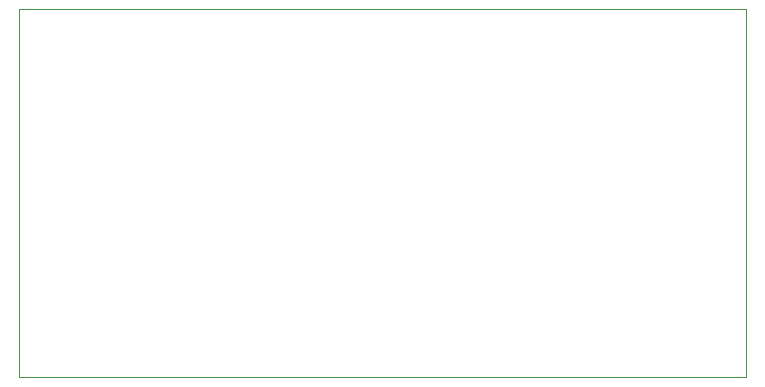
<source format=gbr>
%TF.GenerationSoftware,KiCad,Pcbnew,7.0.9*%
%TF.CreationDate,2024-05-03T11:46:21+01:00*%
%TF.ProjectId,DIP24Converter,44495032-3443-46f6-9e76-65727465722e,rev?*%
%TF.SameCoordinates,Original*%
%TF.FileFunction,Profile,NP*%
%FSLAX46Y46*%
G04 Gerber Fmt 4.6, Leading zero omitted, Abs format (unit mm)*
G04 Created by KiCad (PCBNEW 7.0.9) date 2024-05-03 11:46:21*
%MOMM*%
%LPD*%
G01*
G04 APERTURE LIST*
%TA.AperFunction,Profile*%
%ADD10C,0.100000*%
%TD*%
G04 APERTURE END LIST*
D10*
X48820000Y-48450000D02*
X110390000Y-48450000D01*
X110390000Y-79590000D01*
X48820000Y-79590000D01*
X48820000Y-48450000D01*
M02*

</source>
